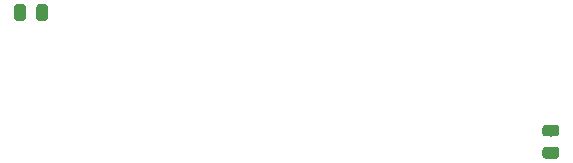
<source format=gbr>
G04 #@! TF.GenerationSoftware,KiCad,Pcbnew,(5.1.0)-1*
G04 #@! TF.CreationDate,2019-11-21T20:20:06-05:00*
G04 #@! TF.ProjectId,gopro_lights,676f7072-6f5f-46c6-9967-6874732e6b69,1*
G04 #@! TF.SameCoordinates,Original*
G04 #@! TF.FileFunction,Paste,Top*
G04 #@! TF.FilePolarity,Positive*
%FSLAX46Y46*%
G04 Gerber Fmt 4.6, Leading zero omitted, Abs format (unit mm)*
G04 Created by KiCad (PCBNEW (5.1.0)-1) date 2019-11-21 20:20:06*
%MOMM*%
%LPD*%
G04 APERTURE LIST*
%ADD10C,0.100000*%
%ADD11C,0.975000*%
G04 APERTURE END LIST*
D10*
G36*
X84330142Y-95301174D02*
G01*
X84353803Y-95304684D01*
X84377007Y-95310496D01*
X84399529Y-95318554D01*
X84421153Y-95328782D01*
X84441670Y-95341079D01*
X84460883Y-95355329D01*
X84478607Y-95371393D01*
X84494671Y-95389117D01*
X84508921Y-95408330D01*
X84521218Y-95428847D01*
X84531446Y-95450471D01*
X84539504Y-95472993D01*
X84545316Y-95496197D01*
X84548826Y-95519858D01*
X84550000Y-95543750D01*
X84550000Y-96456250D01*
X84548826Y-96480142D01*
X84545316Y-96503803D01*
X84539504Y-96527007D01*
X84531446Y-96549529D01*
X84521218Y-96571153D01*
X84508921Y-96591670D01*
X84494671Y-96610883D01*
X84478607Y-96628607D01*
X84460883Y-96644671D01*
X84441670Y-96658921D01*
X84421153Y-96671218D01*
X84399529Y-96681446D01*
X84377007Y-96689504D01*
X84353803Y-96695316D01*
X84330142Y-96698826D01*
X84306250Y-96700000D01*
X83818750Y-96700000D01*
X83794858Y-96698826D01*
X83771197Y-96695316D01*
X83747993Y-96689504D01*
X83725471Y-96681446D01*
X83703847Y-96671218D01*
X83683330Y-96658921D01*
X83664117Y-96644671D01*
X83646393Y-96628607D01*
X83630329Y-96610883D01*
X83616079Y-96591670D01*
X83603782Y-96571153D01*
X83593554Y-96549529D01*
X83585496Y-96527007D01*
X83579684Y-96503803D01*
X83576174Y-96480142D01*
X83575000Y-96456250D01*
X83575000Y-95543750D01*
X83576174Y-95519858D01*
X83579684Y-95496197D01*
X83585496Y-95472993D01*
X83593554Y-95450471D01*
X83603782Y-95428847D01*
X83616079Y-95408330D01*
X83630329Y-95389117D01*
X83646393Y-95371393D01*
X83664117Y-95355329D01*
X83683330Y-95341079D01*
X83703847Y-95328782D01*
X83725471Y-95318554D01*
X83747993Y-95310496D01*
X83771197Y-95304684D01*
X83794858Y-95301174D01*
X83818750Y-95300000D01*
X84306250Y-95300000D01*
X84330142Y-95301174D01*
X84330142Y-95301174D01*
G37*
D11*
X84062500Y-96000000D03*
D10*
G36*
X86205142Y-95301174D02*
G01*
X86228803Y-95304684D01*
X86252007Y-95310496D01*
X86274529Y-95318554D01*
X86296153Y-95328782D01*
X86316670Y-95341079D01*
X86335883Y-95355329D01*
X86353607Y-95371393D01*
X86369671Y-95389117D01*
X86383921Y-95408330D01*
X86396218Y-95428847D01*
X86406446Y-95450471D01*
X86414504Y-95472993D01*
X86420316Y-95496197D01*
X86423826Y-95519858D01*
X86425000Y-95543750D01*
X86425000Y-96456250D01*
X86423826Y-96480142D01*
X86420316Y-96503803D01*
X86414504Y-96527007D01*
X86406446Y-96549529D01*
X86396218Y-96571153D01*
X86383921Y-96591670D01*
X86369671Y-96610883D01*
X86353607Y-96628607D01*
X86335883Y-96644671D01*
X86316670Y-96658921D01*
X86296153Y-96671218D01*
X86274529Y-96681446D01*
X86252007Y-96689504D01*
X86228803Y-96695316D01*
X86205142Y-96698826D01*
X86181250Y-96700000D01*
X85693750Y-96700000D01*
X85669858Y-96698826D01*
X85646197Y-96695316D01*
X85622993Y-96689504D01*
X85600471Y-96681446D01*
X85578847Y-96671218D01*
X85558330Y-96658921D01*
X85539117Y-96644671D01*
X85521393Y-96628607D01*
X85505329Y-96610883D01*
X85491079Y-96591670D01*
X85478782Y-96571153D01*
X85468554Y-96549529D01*
X85460496Y-96527007D01*
X85454684Y-96503803D01*
X85451174Y-96480142D01*
X85450000Y-96456250D01*
X85450000Y-95543750D01*
X85451174Y-95519858D01*
X85454684Y-95496197D01*
X85460496Y-95472993D01*
X85468554Y-95450471D01*
X85478782Y-95428847D01*
X85491079Y-95408330D01*
X85505329Y-95389117D01*
X85521393Y-95371393D01*
X85539117Y-95355329D01*
X85558330Y-95341079D01*
X85578847Y-95328782D01*
X85600471Y-95318554D01*
X85622993Y-95310496D01*
X85646197Y-95304684D01*
X85669858Y-95301174D01*
X85693750Y-95300000D01*
X86181250Y-95300000D01*
X86205142Y-95301174D01*
X86205142Y-95301174D01*
G37*
D11*
X85937500Y-96000000D03*
D10*
G36*
X129480142Y-105513674D02*
G01*
X129503803Y-105517184D01*
X129527007Y-105522996D01*
X129549529Y-105531054D01*
X129571153Y-105541282D01*
X129591670Y-105553579D01*
X129610883Y-105567829D01*
X129628607Y-105583893D01*
X129644671Y-105601617D01*
X129658921Y-105620830D01*
X129671218Y-105641347D01*
X129681446Y-105662971D01*
X129689504Y-105685493D01*
X129695316Y-105708697D01*
X129698826Y-105732358D01*
X129700000Y-105756250D01*
X129700000Y-106243750D01*
X129698826Y-106267642D01*
X129695316Y-106291303D01*
X129689504Y-106314507D01*
X129681446Y-106337029D01*
X129671218Y-106358653D01*
X129658921Y-106379170D01*
X129644671Y-106398383D01*
X129628607Y-106416107D01*
X129610883Y-106432171D01*
X129591670Y-106446421D01*
X129571153Y-106458718D01*
X129549529Y-106468946D01*
X129527007Y-106477004D01*
X129503803Y-106482816D01*
X129480142Y-106486326D01*
X129456250Y-106487500D01*
X128543750Y-106487500D01*
X128519858Y-106486326D01*
X128496197Y-106482816D01*
X128472993Y-106477004D01*
X128450471Y-106468946D01*
X128428847Y-106458718D01*
X128408330Y-106446421D01*
X128389117Y-106432171D01*
X128371393Y-106416107D01*
X128355329Y-106398383D01*
X128341079Y-106379170D01*
X128328782Y-106358653D01*
X128318554Y-106337029D01*
X128310496Y-106314507D01*
X128304684Y-106291303D01*
X128301174Y-106267642D01*
X128300000Y-106243750D01*
X128300000Y-105756250D01*
X128301174Y-105732358D01*
X128304684Y-105708697D01*
X128310496Y-105685493D01*
X128318554Y-105662971D01*
X128328782Y-105641347D01*
X128341079Y-105620830D01*
X128355329Y-105601617D01*
X128371393Y-105583893D01*
X128389117Y-105567829D01*
X128408330Y-105553579D01*
X128428847Y-105541282D01*
X128450471Y-105531054D01*
X128472993Y-105522996D01*
X128496197Y-105517184D01*
X128519858Y-105513674D01*
X128543750Y-105512500D01*
X129456250Y-105512500D01*
X129480142Y-105513674D01*
X129480142Y-105513674D01*
G37*
D11*
X129000000Y-106000000D03*
D10*
G36*
X129480142Y-107388674D02*
G01*
X129503803Y-107392184D01*
X129527007Y-107397996D01*
X129549529Y-107406054D01*
X129571153Y-107416282D01*
X129591670Y-107428579D01*
X129610883Y-107442829D01*
X129628607Y-107458893D01*
X129644671Y-107476617D01*
X129658921Y-107495830D01*
X129671218Y-107516347D01*
X129681446Y-107537971D01*
X129689504Y-107560493D01*
X129695316Y-107583697D01*
X129698826Y-107607358D01*
X129700000Y-107631250D01*
X129700000Y-108118750D01*
X129698826Y-108142642D01*
X129695316Y-108166303D01*
X129689504Y-108189507D01*
X129681446Y-108212029D01*
X129671218Y-108233653D01*
X129658921Y-108254170D01*
X129644671Y-108273383D01*
X129628607Y-108291107D01*
X129610883Y-108307171D01*
X129591670Y-108321421D01*
X129571153Y-108333718D01*
X129549529Y-108343946D01*
X129527007Y-108352004D01*
X129503803Y-108357816D01*
X129480142Y-108361326D01*
X129456250Y-108362500D01*
X128543750Y-108362500D01*
X128519858Y-108361326D01*
X128496197Y-108357816D01*
X128472993Y-108352004D01*
X128450471Y-108343946D01*
X128428847Y-108333718D01*
X128408330Y-108321421D01*
X128389117Y-108307171D01*
X128371393Y-108291107D01*
X128355329Y-108273383D01*
X128341079Y-108254170D01*
X128328782Y-108233653D01*
X128318554Y-108212029D01*
X128310496Y-108189507D01*
X128304684Y-108166303D01*
X128301174Y-108142642D01*
X128300000Y-108118750D01*
X128300000Y-107631250D01*
X128301174Y-107607358D01*
X128304684Y-107583697D01*
X128310496Y-107560493D01*
X128318554Y-107537971D01*
X128328782Y-107516347D01*
X128341079Y-107495830D01*
X128355329Y-107476617D01*
X128371393Y-107458893D01*
X128389117Y-107442829D01*
X128408330Y-107428579D01*
X128428847Y-107416282D01*
X128450471Y-107406054D01*
X128472993Y-107397996D01*
X128496197Y-107392184D01*
X128519858Y-107388674D01*
X128543750Y-107387500D01*
X129456250Y-107387500D01*
X129480142Y-107388674D01*
X129480142Y-107388674D01*
G37*
D11*
X129000000Y-107875000D03*
M02*

</source>
